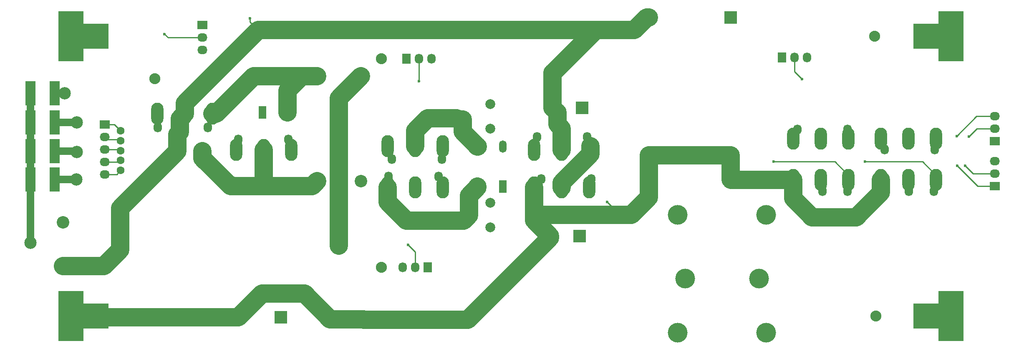
<source format=gbr>
G04 #@! TF.FileFunction,Copper,L2,Bot,Signal*
%FSLAX46Y46*%
G04 Gerber Fmt 4.6, Leading zero omitted, Abs format (unit mm)*
G04 Created by KiCad (PCBNEW 4.0.1-stable) date 12/11/2016 23:05:32*
%MOMM*%
G01*
G04 APERTURE LIST*
%ADD10C,0.100000*%
%ADD11R,2.100000X5.000000*%
%ADD12C,4.000000*%
%ADD13O,2.499360X4.500880*%
%ADD14C,2.540000*%
%ADD15R,2.500000X2.500000*%
%ADD16C,2.000000*%
%ADD17R,5.080000X5.080000*%
%ADD18R,1.501140X2.499360*%
%ADD19O,1.501140X2.499360*%
%ADD20C,2.235200*%
%ADD21R,1.727200X2.032000*%
%ADD22O,1.727200X2.032000*%
%ADD23R,2.032000X1.727200*%
%ADD24O,2.032000X1.727200*%
%ADD25C,1.600000*%
%ADD26C,0.600000*%
%ADD27C,2.500000*%
%ADD28C,0.250000*%
%ADD29C,3.700000*%
%ADD30C,1.500000*%
G04 APERTURE END LIST*
D10*
D11*
X2714000Y61871000D03*
X7614000Y61871000D03*
X2714000Y55971000D03*
X7614000Y55971000D03*
X2714000Y50071000D03*
X7614000Y50071000D03*
X2714000Y44371000D03*
X7614000Y44371000D03*
D12*
X135502000Y24167000D03*
X150502000Y24167000D03*
X134002000Y37167000D03*
X152002000Y37167000D03*
X152002000Y13167000D03*
X134002000Y13167000D03*
D13*
X80772000Y42709000D03*
X86360000Y42709000D03*
X75184000Y42709000D03*
D14*
X60833000Y43979000D03*
X69723000Y43979000D03*
X69723000Y65315000D03*
X60833000Y65315000D03*
D15*
X53474000Y16293000D03*
X38474000Y16293000D03*
X65278000Y30905000D03*
X65278000Y15905000D03*
X108122000Y32847000D03*
X114122000Y32847000D03*
X144780000Y49283000D03*
X144780000Y77283000D03*
X114622000Y58947000D03*
X108622000Y58947000D03*
D16*
X96012000Y54687000D03*
X96012000Y59687000D03*
X96012000Y39621000D03*
X96012000Y34621000D03*
D17*
X10922000Y70903000D03*
X16002000Y73443000D03*
X10922000Y75983000D03*
X10922000Y14007000D03*
X16002000Y16547000D03*
X10922000Y19087000D03*
X189484000Y75983000D03*
X184404000Y73443000D03*
X189484000Y70903000D03*
X189484000Y19087000D03*
X184404000Y16547000D03*
X189484000Y14007000D03*
D14*
X9314000Y35616000D03*
X9314000Y26726000D03*
D18*
X37592000Y50075000D03*
D19*
X32512000Y50075000D03*
D18*
X49784000Y57949000D03*
D19*
X54864000Y57949000D03*
D18*
X98580000Y42943000D03*
D19*
X93500000Y42943000D03*
D18*
X93500000Y51071000D03*
D19*
X98580000Y51071000D03*
D13*
X50038000Y50329000D03*
X55626000Y50329000D03*
X44450000Y50329000D03*
X34036000Y57695000D03*
X28448000Y57695000D03*
X39624000Y57695000D03*
X80772000Y51091000D03*
X75184000Y51091000D03*
X86360000Y51091000D03*
X110490000Y42709000D03*
X116078000Y42709000D03*
X104902000Y42709000D03*
X110490000Y50329000D03*
X104902000Y50329000D03*
X116078000Y50329000D03*
X163068000Y52615000D03*
X157480000Y52615000D03*
X168656000Y52615000D03*
X163068000Y44233000D03*
X168656000Y44233000D03*
X157480000Y44233000D03*
X180848000Y52615000D03*
X175260000Y52615000D03*
X186436000Y52615000D03*
X180848000Y44233000D03*
X186436000Y44233000D03*
X175260000Y44233000D03*
D20*
X73914000Y26453000D03*
D21*
X83312000Y26453000D03*
D22*
X80772000Y26453000D03*
X78232000Y26453000D03*
D21*
X78994000Y68871000D03*
D22*
X81534000Y68871000D03*
X84074000Y68871000D03*
D21*
X155194000Y69125000D03*
D22*
X157734000Y69125000D03*
X160274000Y69125000D03*
D23*
X37592000Y75729000D03*
D24*
X37592000Y73189000D03*
X37592000Y70649000D03*
D23*
X198374000Y42963000D03*
D24*
X198374000Y45503000D03*
X198374000Y48043000D03*
D20*
X174244000Y16547000D03*
D23*
X198374000Y52107000D03*
D24*
X198374000Y54647000D03*
X198374000Y57187000D03*
D20*
X173990000Y73443000D03*
X27940000Y64807000D03*
D22*
X28514000Y54971000D03*
X38674000Y54971000D03*
X55014000Y52471000D03*
X44854000Y52471000D03*
X76014000Y48471000D03*
X86174000Y48471000D03*
X85514000Y44971000D03*
X75354000Y44971000D03*
X105514000Y52971000D03*
X115674000Y52971000D03*
X116514000Y44471000D03*
X111434000Y44471000D03*
X106354000Y44471000D03*
X158354000Y54471000D03*
X168514000Y54471000D03*
X168514000Y41971000D03*
X163434000Y41971000D03*
X158354000Y41971000D03*
X176014000Y50471000D03*
X186174000Y50471000D03*
X186014000Y41971000D03*
X180934000Y41971000D03*
X175854000Y41971000D03*
D25*
X21014000Y54221000D03*
X21014000Y52221000D03*
X21014000Y50221000D03*
X21014000Y48221000D03*
X21014000Y46221000D03*
D23*
X17764000Y55551000D03*
D24*
X17764000Y53011000D03*
X17764000Y50471000D03*
X17764000Y47931000D03*
X17764000Y45391000D03*
D20*
X73914000Y68871000D03*
D15*
X128214000Y77271000D03*
X128214000Y49271000D03*
D26*
X190627000Y53164690D03*
X47244000Y77126000D03*
D27*
X12014000Y44371000D03*
X12114000Y49971000D03*
X12114000Y55971000D03*
X9614000Y61871000D03*
X2714000Y31471000D03*
D26*
X119714000Y39771000D03*
X153514000Y47971000D03*
X172014000Y47971000D03*
X190714000Y47170999D03*
X79314000Y31070998D03*
X81514000Y64371000D03*
X159264000Y64721000D03*
X29914000Y73871000D03*
X192314000Y47171000D03*
X193114000Y53071000D03*
D28*
X198374000Y57187000D02*
X194649310Y57187000D01*
X194649310Y57187000D02*
X190627000Y53164690D01*
D29*
X65278000Y30905000D02*
X65278000Y60870000D01*
X65278000Y60870000D02*
X69723000Y65315000D01*
X60833000Y65315000D02*
X57758000Y65315000D01*
X57758000Y65315000D02*
X54864000Y62421000D01*
X54864000Y62421000D02*
X54864000Y57949000D01*
X40396648Y57695000D02*
X39624000Y57695000D01*
X48016648Y65315000D02*
X40396648Y57695000D01*
X60833000Y65315000D02*
X48016648Y65315000D01*
X75184000Y42709000D02*
X75184000Y39801000D01*
X75184000Y39801000D02*
X79014000Y35971000D01*
X79014000Y35971000D02*
X90614000Y35971000D01*
X90614000Y35971000D02*
X91699027Y37056027D01*
X91699027Y37056027D02*
X91699027Y41056027D01*
X91699027Y41056027D02*
X93386000Y42743000D01*
X93386000Y42743000D02*
X93386000Y42943000D01*
X116332000Y51091000D02*
X116332000Y49551760D01*
X116332000Y49551760D02*
X110490000Y43709760D01*
X110490000Y43709760D02*
X110490000Y42709000D01*
X128214000Y77271000D02*
X127750000Y77271000D01*
X127750000Y77271000D02*
X125192000Y74713000D01*
X125192000Y74713000D02*
X117414000Y74713000D01*
X117414000Y74713000D02*
X48896000Y74713000D01*
X108622000Y65987000D02*
X108688000Y65987000D01*
X108688000Y65987000D02*
X117414000Y74713000D01*
X20914000Y38477000D02*
X32512000Y50075000D01*
X17569000Y26726000D02*
X20914000Y30071000D01*
X20914000Y30071000D02*
X20914000Y38477000D01*
X9314000Y26726000D02*
X17569000Y26726000D01*
D28*
X47244000Y77126000D02*
X47244000Y76365000D01*
X47244000Y76365000D02*
X48896000Y74713000D01*
D29*
X108622000Y58947000D02*
X109614000Y57955000D01*
X109614000Y57955000D02*
X109614000Y55571000D01*
X109614000Y55571000D02*
X110490000Y54695000D01*
X110490000Y54695000D02*
X110490000Y50329000D01*
X32512000Y50075000D02*
X32512000Y53469000D01*
X32512000Y53469000D02*
X33014000Y53971000D01*
X33014000Y53971000D02*
X33014000Y56673000D01*
X33014000Y56673000D02*
X34036000Y57695000D01*
X48896000Y74713000D02*
X34036000Y59853000D01*
X34036000Y59853000D02*
X34036000Y57695000D01*
X108622000Y65987000D02*
X108622000Y58947000D01*
X48914000Y42971000D02*
X59825000Y42971000D01*
X59825000Y42971000D02*
X60833000Y43979000D01*
X37592000Y50075000D02*
X37592000Y48675890D01*
X37592000Y48675890D02*
X43296890Y42971000D01*
X43296890Y42971000D02*
X48914000Y42971000D01*
X50014000Y44071000D02*
X50014000Y47623000D01*
X48914000Y42971000D02*
X50014000Y44071000D01*
X50014000Y47623000D02*
X50038000Y47647000D01*
X50038000Y47647000D02*
X50038000Y50329000D01*
X90414000Y56571000D02*
X90414000Y54071000D01*
X90414000Y54071000D02*
X93414000Y51071000D01*
X93414000Y51071000D02*
X93500000Y51071000D01*
X80772000Y51091000D02*
X80772000Y54229000D01*
X80772000Y54229000D02*
X83314000Y56771000D01*
X83314000Y56771000D02*
X89114000Y56771000D01*
D30*
X7614000Y44371000D02*
X12014000Y44371000D01*
X7614000Y50071000D02*
X12014000Y50071000D01*
X12014000Y50071000D02*
X12114000Y49971000D01*
X7614000Y55971000D02*
X12114000Y55971000D01*
X7614000Y61871000D02*
X9614000Y61871000D01*
D29*
X38474000Y16293000D02*
X16256000Y16293000D01*
X16256000Y16293000D02*
X16002000Y16547000D01*
D30*
X2714000Y40371000D02*
X2714000Y31471000D01*
X2714000Y44371000D02*
X2714000Y40371000D01*
X2714000Y50071000D02*
X2714000Y44371000D01*
X2714000Y55971000D02*
X2714000Y50071000D01*
X2714000Y61871000D02*
X2714000Y55971000D01*
D29*
X128214000Y49271000D02*
X128214000Y40748998D01*
X128214000Y40748998D02*
X124586002Y37121000D01*
X124586002Y37121000D02*
X121295425Y37121000D01*
X144780000Y49283000D02*
X128226000Y49283000D01*
X128226000Y49283000D02*
X128214000Y49271000D01*
X157480000Y44233000D02*
X157480000Y40505000D01*
X157480000Y40505000D02*
X161314000Y36671000D01*
X161314000Y36671000D02*
X170214000Y36671000D01*
X170214000Y36671000D02*
X175260000Y41717000D01*
X175260000Y41717000D02*
X175260000Y44233000D01*
D28*
X119714000Y39771000D02*
X121514000Y37971000D01*
X121514000Y37971000D02*
X121514000Y37339575D01*
X121514000Y37339575D02*
X121295425Y37121000D01*
D29*
X121295425Y37121000D02*
X105956000Y37121000D01*
X65278000Y15905000D02*
X63509677Y15905000D01*
X44836000Y16293000D02*
X38474000Y16293000D01*
X63509677Y15905000D02*
X58295677Y21119000D01*
X58295677Y21119000D02*
X49662000Y21119000D01*
X49662000Y21119000D02*
X44836000Y16293000D01*
X65278000Y15905000D02*
X70228000Y15905000D01*
X70228000Y15905000D02*
X70348000Y15785000D01*
X70348000Y15785000D02*
X91440000Y15785000D01*
X91440000Y15785000D02*
X108122000Y32467000D01*
X108122000Y32467000D02*
X108122000Y32847000D01*
X107994000Y32847000D02*
X108122000Y32847000D01*
X105956000Y37121000D02*
X104902000Y36067000D01*
X157480000Y44233000D02*
X144880000Y44233000D01*
X144880000Y44233000D02*
X144780000Y44333000D01*
X157480000Y44233000D02*
X157480000Y44012353D01*
X175260000Y43232240D02*
X175260000Y44233000D01*
X144780000Y44333000D02*
X144780000Y49283000D01*
X104902000Y42709000D02*
X104902000Y36067000D01*
X104902000Y36067000D02*
X108122000Y32847000D01*
D28*
X153514000Y47971000D02*
X165918760Y47971000D01*
X165918760Y47971000D02*
X168656000Y45233760D01*
X168656000Y45233760D02*
X168656000Y44233000D01*
X172014000Y47971000D02*
X183698760Y47971000D01*
X183698760Y47971000D02*
X186436000Y45233760D01*
X186436000Y45233760D02*
X186436000Y44233000D01*
X17764000Y45391000D02*
X20184000Y45391000D01*
X20184000Y45391000D02*
X21014000Y46221000D01*
X17764000Y47931000D02*
X20724000Y47931000D01*
X20724000Y47931000D02*
X21014000Y48221000D01*
X191013999Y46871000D02*
X190714000Y47170999D01*
X198374000Y42963000D02*
X194921999Y42963000D01*
X194921999Y42963000D02*
X191013999Y46871000D01*
X79613999Y30770999D02*
X79314000Y31070998D01*
X80772000Y29612998D02*
X79613999Y30770999D01*
X80772000Y26453000D02*
X80772000Y29612998D01*
X81534000Y64391000D02*
X81514000Y64371000D01*
X81534000Y68871000D02*
X81534000Y64391000D01*
X159264000Y64721000D02*
X157734000Y66251000D01*
X157734000Y66251000D02*
X157734000Y69125000D01*
X29914000Y73871000D02*
X30596000Y73189000D01*
X30596000Y73189000D02*
X37592000Y73189000D01*
X192314000Y47171000D02*
X193982000Y45503000D01*
X193982000Y45503000D02*
X198374000Y45503000D01*
X193114000Y53071000D02*
X194690000Y54647000D01*
X194690000Y54647000D02*
X198374000Y54647000D01*
X17764000Y53011000D02*
X18304000Y52471000D01*
X18304000Y52471000D02*
X20764000Y52471000D01*
X20764000Y52471000D02*
X21014000Y52221000D01*
X17764000Y50471000D02*
X20764000Y50471000D01*
X20764000Y50471000D02*
X21014000Y50221000D01*
X17764000Y55551000D02*
X19684000Y55551000D01*
X19684000Y55551000D02*
X21014000Y54221000D01*
M02*

</source>
